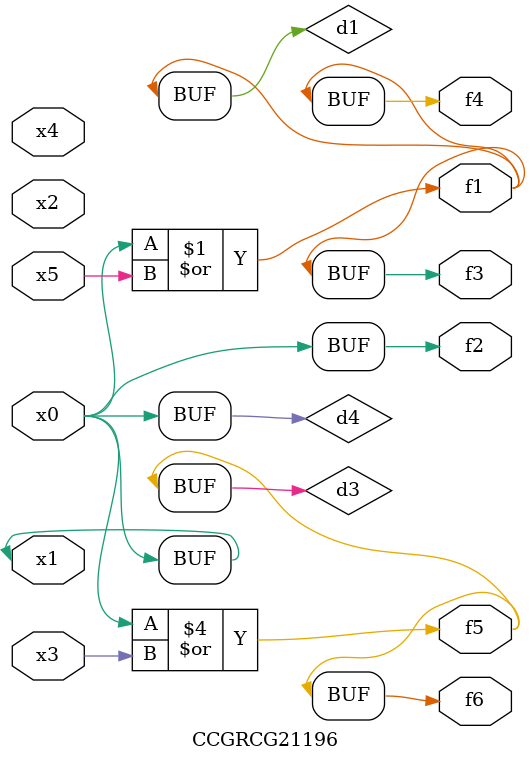
<source format=v>
module CCGRCG21196(
	input x0, x1, x2, x3, x4, x5,
	output f1, f2, f3, f4, f5, f6
);

	wire d1, d2, d3, d4;

	or (d1, x0, x5);
	xnor (d2, x1, x4);
	or (d3, x0, x3);
	buf (d4, x0, x1);
	assign f1 = d1;
	assign f2 = d4;
	assign f3 = d1;
	assign f4 = d1;
	assign f5 = d3;
	assign f6 = d3;
endmodule

</source>
